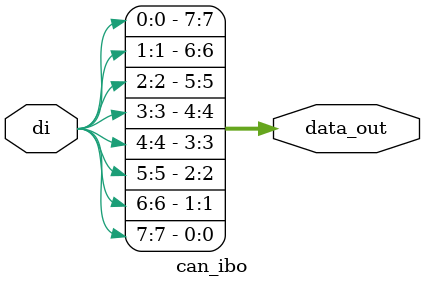
<source format=v>
/* vim: colorcolumn=80
 *
 * This file is part of a verilog CAN controller that is SJA1000 compatible.
 *
 * Authors:
 *   * Igor Mohor <igorm@opencores.org>
 *       Author of the original version at
 *       http://www.opencores.org/projects/can/
 *       (which has been unmaintained since about 2009)
 *
 *   * David Piegdon <dgit@piegdon.de>
 *       Picked up project for cleanup and bugfixes in 2019
 *
 * Any additional information is available in the LICENSE file.
 *
 * Copyright (C) 2002, 2003, 2004, 2019 Authors
 *
 * This source file may be used and distributed without restriction provided
 * that this copyright statement is not removed from the file and that any
 * derivative work contains the original copyright notice and the associated
 * disclaimer.
 *
 * This source file is free software; you can redistribute it and/or modify it
 * under the terms of the GNU Lesser General Public License as published by the
 * Free Software Foundation; either version 2.1 of the License, or (at your
 * option) any later version.
 *
 * This source is distributed in the hope that it will be useful, but WITHOUT
 * ANY WARRANTY; without even the implied warranty of MERCHANTABILITY or FITNESS
 * FOR A PARTICULAR PURPOSE.  See the GNU Lesser General Public License for more
 * details.
 *
 * You should have received a copy of the GNU Lesser General Public License
 * along with this source; if not, download it from
 * http://www.opencores.org/lgpl.shtml
 *
 * The CAN protocol is developed by Robert Bosch GmbH and protected by patents.
 * Anybody who wants to implement this CAN IP core on silicon has to obtain
 * a CAN protocol license from Bosch.
 */

`default_nettype none

// This module only inverts bit order
module can_ibo(
	input wire [7:0] di,
	output wire [7:0] data_out);

	assign data_out[0] = di[7];
	assign data_out[1] = di[6];
	assign data_out[2] = di[5];
	assign data_out[3] = di[4];
	assign data_out[4] = di[3];
	assign data_out[5] = di[2];
	assign data_out[6] = di[1];
	assign data_out[7] = di[0];

endmodule

</source>
